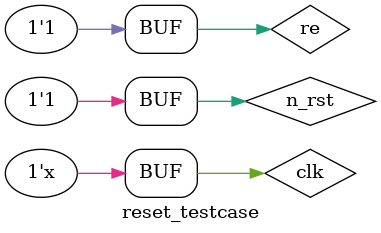
<source format=v>
`timescale 1ns / 1ps


module reset_testcase;
    reg clk, n_rst;
//    reg active_in;
//    wire [3:0]position;
    wire [15:0]led;
    reg re;
//    wire active;
always  begin
   #5 clk=~clk;
end

initial begin
    clk=1;
    re=1;
end    

initial begin
#5 n_rst=0;
#5 n_rst=1;
#100 n_rst=0;
#5 n_rst=1;
#1500 n_rst=0;
#30 n_rst=1;
end 
//main uut(.clk(clk),.reset_n(n_rst),.repeat_n(re),.led(led));  
ring_flasher uut(.clk(clk),.rst_n(n_rst),.led(led),.repeat_in(re));       
endmodule


</source>
